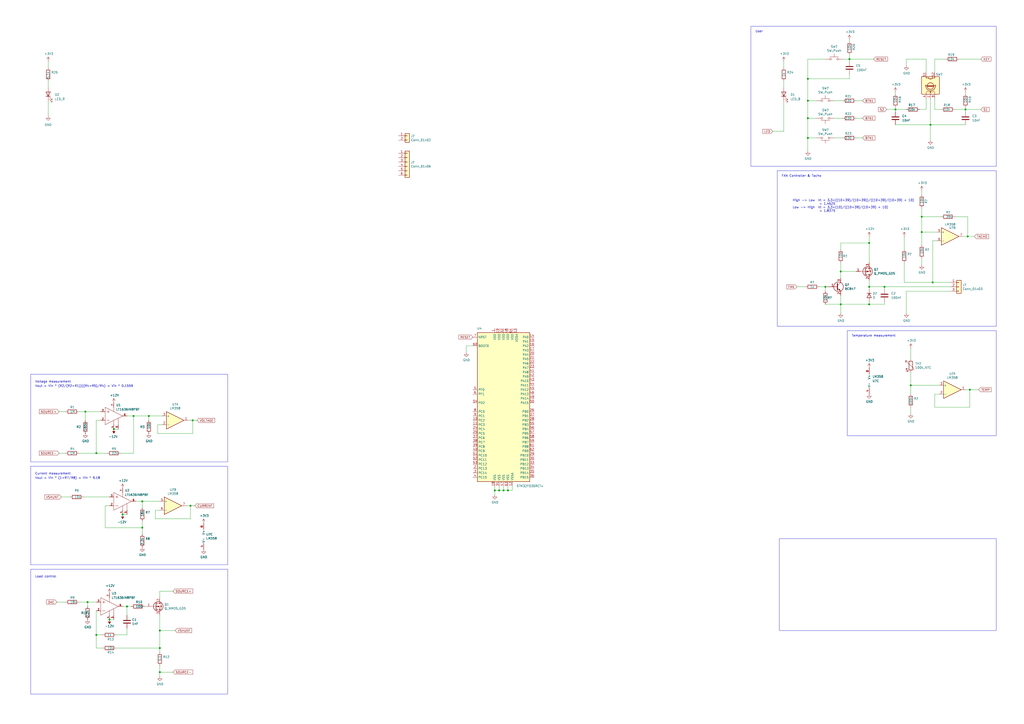
<source format=kicad_sch>
(kicad_sch (version 20230121) (generator eeschema)
  (paper "A2")
  (lib_symbols
    (symbol "Amplifier_Operational:LM358" (pin_names (offset 0.127))
      (property "Reference" "U" (at 0 5.08 0))
      (property "Value" "LM358" (at 0 -5.08 0))
      (symbol "LM358_1_1"
        (pin output line (at 7.62 0 180) (length 2.54) (name "~") (number "1"))
        (pin input line (at -7.62 -2.54 0) (length 2.54) (name "-") (number "2"))
        (pin input line (at -7.62 2.54 0) (length 2.54) (name "+") (number "3"))
      )
      (symbol "LM358_2_1"
        (pin input line (at -7.62 2.54 0) (length 2.54) (name "+") (number "5"))
        (pin input line (at -7.62 -2.54 0) (length 2.54) (name "-") (number "6"))
        (pin output line (at 7.62 0 180) (length 2.54) (name "~") (number "7"))
      )
      (symbol "LM358_3_1"
        (pin power_in line (at -2.54 -7.62 90) (length 3.81) (name "V-") (number "4"))
        (pin power_in line (at -2.54 7.62 270) (length 3.81) (name "V+") (number "8"))
      )
    )
    (symbol "Connector_Generic:Conn_01x02" (pin_names (offset 1.016) hide)
      (property "Reference" "J" (at 0 2.54 0))
      (property "Value" "Conn_01x02" (at 0 -5.08 0))
      (symbol "Conn_01x02_1_1"
        (pin passive line (at -5.08 0 0) (length 3.81) (name "Pin_1") (number "1"))
        (pin passive line (at -5.08 -2.54 0) (length 3.81) (name "Pin_2") (number "2"))
      )
    )
    (symbol "Connector_Generic:Conn_01x03" (pin_names (offset 1.016) hide)
      (property "Reference" "J" (at 0 5.08 0))
      (property "Value" "Conn_01x03" (at 0 -5.08 0))
      (symbol "Conn_01x03_1_1"
        (pin passive line (at -5.08 2.54 0) (length 3.81) (name "Pin_1") (number "1"))
        (pin passive line (at -5.08 0 0) (length 3.81) (name "Pin_2") (number "2"))
        (pin passive line (at -5.08 -2.54 0) (length 3.81) (name "Pin_3") (number "3"))
      )
    )
    (symbol "Connector_Generic:Conn_01x06" (pin_names (offset 1.016) hide)
      (property "Reference" "J" (at 0 7.62 0))
      (property "Value" "Conn_01x06" (at 0 -10.16 0))
      (symbol "Conn_01x06_1_1"
        (pin passive line (at -5.08 5.08 0) (length 3.81) (name "Pin_1") (number "1"))
        (pin passive line (at -5.08 2.54 0) (length 3.81) (name "Pin_2") (number "2"))
        (pin passive line (at -5.08 0 0) (length 3.81) (name "Pin_3") (number "3"))
        (pin passive line (at -5.08 -2.54 0) (length 3.81) (name "Pin_4") (number "4"))
        (pin passive line (at -5.08 -5.08 0) (length 3.81) (name "Pin_5") (number "5"))
        (pin passive line (at -5.08 -7.62 0) (length 3.81) (name "Pin_6") (number "6"))
      )
    )
    (symbol "Device:C" (pin_numbers hide) (pin_names (offset 0.254))
      (property "Reference" "C" (at 0.635 2.54 0))
      (property "Value" "C" (at 0.635 -2.54 0))
      (symbol "C_1_1"
        (pin passive line (at 0 3.81 270) (length 2.794) (name "~") (number "1"))
        (pin passive line (at 0 -3.81 90) (length 2.794) (name "~") (number "2"))
      )
    )
    (symbol "Device:D" (pin_numbers hide) (pin_names (offset 1.016) hide)
      (property "Reference" "D" (at 0 2.54 0))
      (property "Value" "D" (at 0 -2.54 0))
      (symbol "D_1_1"
        (pin passive line (at -3.81 0 0) (length 2.54) (name "K") (number "1"))
        (pin passive line (at 3.81 0 180) (length 2.54) (name "A") (number "2"))
      )
    )
    (symbol "Device:LED" (pin_numbers hide) (pin_names (offset 1.016) hide)
      (property "Reference" "D" (at 0 2.54 0))
      (property "Value" "LED" (at 0 -2.54 0))
      (symbol "LED_1_1"
        (pin passive line (at -3.81 0 0) (length 2.54) (name "K") (number "1"))
        (pin passive line (at 3.81 0 180) (length 2.54) (name "A") (number "2"))
      )
    )
    (symbol "Device:Q_NMOS_GDS" (pin_names (offset 0) hide)
      (property "Reference" "Q" (at 5.08 1.27 0))
      (property "Value" "Q_NMOS_GDS" (at 5.08 -1.27 0))
      (symbol "Q_NMOS_GDS_1_1"
        (pin input line (at -5.08 0 0) (length 2.54) (name "G") (number "1"))
        (pin passive line (at 2.54 5.08 270) (length 2.54) (name "D") (number "2"))
        (pin passive line (at 2.54 -5.08 90) (length 2.54) (name "S") (number "3"))
      )
    )
    (symbol "Device:Q_PMOS_GDS" (pin_names (offset 0) hide)
      (property "Reference" "Q" (at 5.08 1.27 0))
      (property "Value" "Q_PMOS_GDS" (at 5.08 -1.27 0))
      (symbol "Q_PMOS_GDS_1_1"
        (pin input line (at -5.08 0 0) (length 2.54) (name "G") (number "1"))
        (pin passive line (at 2.54 5.08 270) (length 2.54) (name "D") (number "2"))
        (pin passive line (at 2.54 -5.08 90) (length 2.54) (name "S") (number "3"))
      )
    )
    (symbol "Device:R" (pin_numbers hide) (pin_names (offset 0))
      (property "Reference" "R" (at 2.032 0 90))
      (property "Value" "R" (at 0 0 90))
      (symbol "R_1_1"
        (pin passive line (at 0 3.81 270) (length 1.27) (name "~") (number "1"))
        (pin passive line (at 0 -3.81 90) (length 1.27) (name "~") (number "2"))
      )
    )
    (symbol "Device:Rotary_Encoder_Switch" (pin_names (offset 0.254) hide)
      (property "Reference" "SW" (at 0 6.604 0))
      (property "Value" "Device_Rotary_Encoder_Switch" (at 0 -6.604 0))
      (symbol "Rotary_Encoder_Switch_1_1"
        (pin passive line (at -7.62 2.54 0) (length 2.54) (name "A") (number "A"))
        (pin passive line (at -7.62 -2.54 0) (length 2.54) (name "B") (number "B"))
        (pin passive line (at -7.62 0 0) (length 2.54) (name "C") (number "C"))
        (pin passive line (at 7.62 2.54 180) (length 2.54) (name "S1") (number "S1"))
        (pin passive line (at 7.62 -2.54 180) (length 2.54) (name "S2") (number "S2"))
      )
    )
    (symbol "Device:Thermistor_NTC" (pin_numbers hide) (pin_names (offset 0))
      (property "Reference" "TH" (at -4.445 0 90))
      (property "Value" "Thermistor_NTC" (at 3.175 0 90))
      (symbol "Thermistor_NTC_1_1"
        (pin passive line (at 0 3.81 270) (length 1.27) (name "~") (number "1"))
        (pin passive line (at 0 -3.81 90) (length 1.27) (name "~") (number "2"))
      )
    )
    (symbol "GND_1" (power) (pin_names (offset 0))
      (property "Value" "GND_1" (at 0 -3.81 0))
      (symbol "GND_1_1_1"
        (pin power_in line (at 0 0 270) (length 0) hide (name "GND") (number "1"))
      )
    )
    (symbol "MCU_ST_STM32F0:STM32F030RCTx"
      (property "Reference" "U" (at -15.24 44.45 0))
      (property "Value" "STM32F030RCTx" (at 10.16 44.45 0))
      (symbol "STM32F030RCTx_1_1"
        (pin power_in line (at -5.08 45.72 270) (length 2.54) (name "VDD") (number "1"))
        (pin bidirectional line (at -17.78 -7.62 0) (length 2.54) (name "PC2") (number "10"))
        (pin bidirectional line (at -17.78 -10.16 0) (length 2.54) (name "PC3") (number "11"))
        (pin power_in line (at 5.08 -45.72 90) (length 2.54) (name "VSSA") (number "12"))
        (pin power_in line (at 7.62 45.72 270) (length 2.54) (name "VDDA") (number "13"))
        (pin bidirectional line (at 17.78 40.64 180) (length 2.54) (name "PA0") (number "14"))
        (pin bidirectional line (at 17.78 38.1 180) (length 2.54) (name "PA1") (number "15"))
        (pin bidirectional line (at 17.78 35.56 180) (length 2.54) (name "PA2") (number "16"))
        (pin bidirectional line (at 17.78 33.02 180) (length 2.54) (name "PA3") (number "17"))
        (pin power_in line (at -5.08 -45.72 90) (length 2.54) (name "VSS") (number "18"))
        (pin power_in line (at -2.54 45.72 270) (length 2.54) (name "VDD") (number "19"))
        (pin bidirectional line (at -17.78 -35.56 0) (length 2.54) (name "PC13") (number "2"))
        (pin bidirectional line (at 17.78 30.48 180) (length 2.54) (name "PA4") (number "20"))
        (pin bidirectional line (at 17.78 27.94 180) (length 2.54) (name "PA5") (number "21"))
        (pin bidirectional line (at 17.78 25.4 180) (length 2.54) (name "PA6") (number "22"))
        (pin bidirectional line (at 17.78 22.86 180) (length 2.54) (name "PA7") (number "23"))
        (pin bidirectional line (at -17.78 -12.7 0) (length 2.54) (name "PC4") (number "24"))
        (pin bidirectional line (at -17.78 -15.24 0) (length 2.54) (name "PC5") (number "25"))
        (pin bidirectional line (at 17.78 -2.54 180) (length 2.54) (name "PB0") (number "26"))
        (pin bidirectional line (at 17.78 -5.08 180) (length 2.54) (name "PB1") (number "27"))
        (pin bidirectional line (at 17.78 -7.62 180) (length 2.54) (name "PB2") (number "28"))
        (pin bidirectional line (at 17.78 -27.94 180) (length 2.54) (name "PB10") (number "29"))
        (pin bidirectional line (at -17.78 -38.1 0) (length 2.54) (name "PC14") (number "3"))
        (pin bidirectional line (at 17.78 -30.48 180) (length 2.54) (name "PB11") (number "30"))
        (pin power_in line (at -2.54 -45.72 90) (length 2.54) (name "VSS") (number "31"))
        (pin power_in line (at 0 45.72 270) (length 2.54) (name "VDD") (number "32"))
        (pin bidirectional line (at 17.78 -33.02 180) (length 2.54) (name "PB12") (number "33"))
        (pin bidirectional line (at 17.78 -35.56 180) (length 2.54) (name "PB13") (number "34"))
        (pin bidirectional line (at 17.78 -38.1 180) (length 2.54) (name "PB14") (number "35"))
        (pin bidirectional line (at 17.78 -40.64 180) (length 2.54) (name "PB15") (number "36"))
        (pin bidirectional line (at -17.78 -17.78 0) (length 2.54) (name "PC6") (number "37"))
        (pin bidirectional line (at -17.78 -20.32 0) (length 2.54) (name "PC7") (number "38"))
        (pin bidirectional line (at -17.78 -22.86 0) (length 2.54) (name "PC8") (number "39"))
        (pin bidirectional line (at -17.78 -40.64 0) (length 2.54) (name "PC15") (number "4"))
        (pin bidirectional line (at -17.78 -25.4 0) (length 2.54) (name "PC9") (number "40"))
        (pin bidirectional line (at 17.78 20.32 180) (length 2.54) (name "PA8") (number "41"))
        (pin bidirectional line (at 17.78 17.78 180) (length 2.54) (name "PA9") (number "42"))
        (pin bidirectional line (at 17.78 15.24 180) (length 2.54) (name "PA10") (number "43"))
        (pin bidirectional line (at 17.78 12.7 180) (length 2.54) (name "PA11") (number "44"))
        (pin bidirectional line (at 17.78 10.16 180) (length 2.54) (name "PA12") (number "45"))
        (pin bidirectional line (at 17.78 7.62 180) (length 2.54) (name "PA13") (number "46"))
        (pin power_in line (at 0 -45.72 90) (length 2.54) (name "VSS") (number "47"))
        (pin power_in line (at 2.54 45.72 270) (length 2.54) (name "VDD") (number "48"))
        (pin bidirectional line (at 17.78 5.08 180) (length 2.54) (name "PA14") (number "49"))
        (pin input line (at -17.78 10.16 0) (length 2.54) (name "PF0") (number "5"))
        (pin bidirectional line (at 17.78 2.54 180) (length 2.54) (name "PA15") (number "50"))
        (pin bidirectional line (at -17.78 -27.94 0) (length 2.54) (name "PC10") (number "51"))
        (pin bidirectional line (at -17.78 -30.48 0) (length 2.54) (name "PC11") (number "52"))
        (pin bidirectional line (at -17.78 -33.02 0) (length 2.54) (name "PC12") (number "53"))
        (pin bidirectional line (at -17.78 2.54 0) (length 2.54) (name "PD2") (number "54"))
        (pin bidirectional line (at 17.78 -10.16 180) (length 2.54) (name "PB3") (number "55"))
        (pin bidirectional line (at 17.78 -12.7 180) (length 2.54) (name "PB4") (number "56"))
        (pin bidirectional line (at 17.78 -15.24 180) (length 2.54) (name "PB5") (number "57"))
        (pin bidirectional line (at 17.78 -17.78 180) (length 2.54) (name "PB6") (number "58"))
        (pin bidirectional line (at 17.78 -20.32 180) (length 2.54) (name "PB7") (number "59"))
        (pin input line (at -17.78 7.62 0) (length 2.54) (name "PF1") (number "6"))
        (pin input line (at -17.78 35.56 0) (length 2.54) (name "BOOT0") (number "60"))
        (pin bidirectional line (at 17.78 -22.86 180) (length 2.54) (name "PB8") (number "61"))
        (pin bidirectional line (at 17.78 -25.4 180) (length 2.54) (name "PB9") (number "62"))
        (pin power_in line (at 2.54 -45.72 90) (length 2.54) (name "VSS") (number "63"))
        (pin power_in line (at 5.08 45.72 270) (length 2.54) (name "VDD") (number "64"))
        (pin input line (at -17.78 40.64 0) (length 2.54) (name "NRST") (number "7"))
        (pin bidirectional line (at -17.78 -2.54 0) (length 2.54) (name "PC0") (number "8"))
        (pin bidirectional line (at -17.78 -5.08 0) (length 2.54) (name "PC1") (number "9"))
      )
    )
    (symbol "Switch:SW_Push" (pin_numbers hide) (pin_names (offset 1.016) hide)
      (property "Reference" "SW" (at 1.27 2.54 0))
      (property "Value" "SW_Push" (at 0 -1.524 0))
      (symbol "SW_Push_0_1"
        (pin passive line (at -5.08 0 0) (length 2.54) (name "1") (number "1"))
        (pin passive line (at 5.08 0 180) (length 2.54) (name "2") (number "2"))
      )
    )
    (symbol "Transistor_BJT:BC847" (pin_names (offset 0) hide)
      (property "Reference" "Q" (at 5.08 1.905 0))
      (property "Value" "BC847" (at 5.08 0 0))
      (symbol "BC847_1_1"
        (pin input line (at -5.08 0 0) (length 5.715) (name "B") (number "1"))
        (pin passive line (at 2.54 -5.08 90) (length 2.54) (name "E") (number "2"))
        (pin passive line (at 2.54 5.08 270) (length 2.54) (name "C") (number "3"))
      )
    )
    (symbol "dc-load:LT1636IN8PBF" (pin_names (offset 1.016))
      (property "Reference" "U" (at 0 2.54 0))
      (property "Value" "LT1636IN8PBF" (at 0 5.08 0))
      (symbol "LT1636IN8PBF_1_1"
        (pin input line (at 2.54 -12.7 0) (length 2.54) (name "-IN") (number "2"))
        (pin input line (at 2.54 -7.62 0) (length 2.54) (name "+IN") (number "3"))
        (pin power_in line (at 10.16 -17.78 90) (length 2.54) (name "V-") (number "4"))
        (pin input line (at 12.7 -17.78 90) (length 2.54) (name "SHDN") (number "5"))
        (pin unspecified line (at 17.78 -10.16 180) (length 2.54) (name "OUT") (number "6"))
        (pin power_in line (at 10.16 -2.54 270) (length 2.54) (name "V+") (number "7"))
      )
    )
    (symbol "power:+12V" (power) (pin_names (offset 0))
      (property "Value" "+12V" (at 0 3.556 0))
      (symbol "+12V_1_1"
        (pin power_in line (at 0 0 90) (length 0) hide (name "+12V") (number "1"))
      )
    )
    (symbol "power:+3.3V" (power) (pin_names (offset 0))
      (property "Value" "+3.3V" (at 0 3.556 0))
      (symbol "+3.3V_1_1"
        (pin power_in line (at 0 0 90) (length 0) hide (name "+3V3") (number "1"))
      )
    )
    (symbol "power:-12V" (power) (pin_names (offset 0))
      (property "Value" "-12V" (at 0 3.81 0))
      (symbol "-12V_0_0"
        (pin power_in line (at 0 0 90) (length 0) hide (name "-12V") (number "1"))
      )
    )
    (symbol "power:GND" (power) (pin_names (offset 0))
      (property "Value" "GND" (at 0 -3.81 0))
      (symbol "GND_1_1"
        (pin power_in line (at 0 0 270) (length 0) hide (name "GND") (number "1"))
      )
    )
  )
  (junction (at 55.88 262.89))
  (junction (at 73.66 351.79))
  (junction (at 534.67 134.62))
  (junction (at 478.79 166.37))
  (junction (at 82.55 290.83))
  (junction (at 50.8 349.25))
  (junction (at 92.71 375.92))
  (junction (at 82.55 306.07))
  (junction (at 55.88 368.3))
  (junction (at 468.63 68.58))
  (junction (at 111.76 243.84))
  (junction (at 110.49 293.37))
  (junction (at 77.47 241.3))
  (junction (at 539.75 72.39))
  (junction (at 468.63 80.01))
  (junction (at 513.08 166.37))
  (junction (at 287.02 284.48))
  (junction (at 49.53 238.76))
  (junction (at 468.63 45.72))
  (junction (at 86.36 241.3))
  (junction (at 519.43 63.5))
  (junction (at 541.02 163.83))
  (junction (at 561.34 137.16))
  (junction (at 289.56 284.48))
  (junction (at 504.19 166.37))
  (junction (at 292.1 284.48))
  (junction (at 492.76 34.29))
  (junction (at 468.63 58.42))
  (junction (at 71.12 298.45))
  (junction (at 487.68 176.53))
  (junction (at 294.64 284.48))
  (junction (at 63.5 359.41))
  (junction (at 562.61 226.06))
  (junction (at 92.71 365.76))
  (junction (at 504.19 176.53))
  (junction (at 534.67 125.73))
  (junction (at 504.19 140.97))
  (junction (at 66.04 248.92))
  (junction (at 92.71 389.89))
  (junction (at 560.07 63.5))
  (junction (at 528.32 223.52))
  (junction (at 487.68 157.48))
  (wire (pts (xy 93.98 246.38) (xy 91.44 246.38)))
  (wire (pts (xy 468.63 45.72) (xy 468.63 58.42)))
  (wire (pts (xy 55.88 349.25) (xy 50.8 349.25)))
  (wire (pts (xy 478.79 34.29) (xy 468.63 34.29)))
  (wire (pts (xy 454.66 46.99) (xy 454.66 50.8)))
  (wire (pts (xy 542.29 57.15) (xy 542.29 63.5)))
  (wire (pts (xy 27.94 35.56) (xy 27.94 39.37)))
  (wire (pts (xy 48.26 288.29) (xy 63.5 288.29)))
  (wire (pts (xy 513.08 166.37) (xy 551.18 166.37)))
  (wire (pts (xy 454.66 35.56) (xy 454.66 39.37)))
  (wire (pts (xy 77.47 241.3) (xy 86.36 241.3)))
  (wire (pts (xy 68.58 248.92) (xy 66.04 248.92)))
  (wire (pts (xy 50.8 349.25) (xy 50.8 351.79)))
  (wire (pts (xy 55.88 375.92) (xy 55.88 368.3)))
  (wire (pts (xy 91.44 251.46) (xy 111.76 251.46)))
  (wire (pts (xy 92.71 365.76) (xy 92.71 375.92)))
  (wire (pts (xy 287.02 281.94) (xy 287.02 284.48)))
  (wire (pts (xy 92.71 375.92) (xy 92.71 378.46)))
  (wire (pts (xy 49.53 243.84) (xy 49.53 238.76)))
  (wire (pts (xy 539.75 57.15) (xy 539.75 72.39)))
  (wire (pts (xy 110.49 293.37) (xy 107.95 293.37)))
  (wire (pts (xy 542.29 34.29) (xy 548.64 34.29)))
  (polyline (pts (xy 450.85 99.06) (xy 577.85 99.06)))
  (wire (pts (xy 92.71 356.87) (xy 92.71 365.76)))
  (wire (pts (xy 560.07 62.23) (xy 560.07 63.5)))
  (wire (pts (xy 525.78 181.61) (xy 525.78 168.91)))
  (wire (pts (xy 111.76 243.84) (xy 109.22 243.84)))
  (wire (pts (xy 487.68 171.45) (xy 487.68 176.53)))
  (wire (pts (xy 492.76 43.18) (xy 492.76 45.72)))
  (wire (pts (xy 468.63 58.42) (xy 473.71 58.42)))
  (wire (pts (xy 73.66 298.45) (xy 71.12 298.45)))
  (wire (pts (xy 297.18 281.94) (xy 297.18 284.48)))
  (wire (pts (xy 492.76 34.29) (xy 506.73 34.29)))
  (wire (pts (xy 90.17 295.91) (xy 90.17 300.99)))
  (wire (pts (xy 294.64 284.48) (xy 292.1 284.48)))
  (wire (pts (xy 525.78 38.1) (xy 525.78 34.29)))
  (wire (pts (xy 534.67 149.86) (xy 534.67 153.67)))
  (wire (pts (xy 82.55 306.07) (xy 60.96 306.07)))
  (wire (pts (xy 113.03 293.37) (xy 110.49 293.37)))
  (wire (pts (xy 539.75 72.39) (xy 539.75 81.28)))
  (wire (pts (xy 73.66 351.79) (xy 76.2 351.79)))
  (wire (pts (xy 496.57 80.01) (xy 500.38 80.01)))
  (wire (pts (xy 541.02 139.7) (xy 541.02 163.83)))
  (wire (pts (xy 270.51 204.47) (xy 270.51 200.66)))
  (wire (pts (xy 462.28 166.37) (xy 467.36 166.37)))
  (wire (pts (xy 562.61 226.06) (xy 567.69 226.06)))
  (wire (pts (xy 92.71 386.08) (xy 92.71 389.89)))
  (wire (pts (xy 114.3 243.84) (xy 111.76 243.84)))
  (wire (pts (xy 542.29 228.6) (xy 542.29 236.22)))
  (wire (pts (xy 59.69 368.3) (xy 55.88 368.3)))
  (wire (pts (xy 45.72 262.89) (xy 55.88 262.89)))
  (wire (pts (xy 110.49 300.99) (xy 110.49 293.37)))
  (wire (pts (xy 560.07 226.06) (xy 562.61 226.06)))
  (wire (pts (xy 534.67 134.62) (xy 543.56 134.62)))
  (wire (pts (xy 565.15 137.16) (xy 561.34 137.16)))
  (wire (pts (xy 513.08 166.37) (xy 513.08 167.64)))
  (polyline (pts (xy 450.85 189.23) (xy 577.85 189.23)))
  (wire (pts (xy 468.63 58.42) (xy 468.63 68.58)))
  (polyline (pts (xy 577.85 189.23) (xy 577.85 99.06)))
  (wire (pts (xy 468.63 68.58) (xy 468.63 80.01)))
  (wire (pts (xy 492.76 34.29) (xy 492.76 35.56)))
  (wire (pts (xy 519.43 62.23) (xy 519.43 63.5)))
  (wire (pts (xy 45.72 349.25) (xy 50.8 349.25)))
  (wire (pts (xy 33.02 349.25) (xy 38.1 349.25)))
  (wire (pts (xy 537.21 57.15) (xy 537.21 63.5)))
  (wire (pts (xy 513.08 176.53) (xy 504.19 176.53)))
  (wire (pts (xy 27.94 58.42) (xy 27.94 67.31)))
  (wire (pts (xy 504.19 166.37) (xy 504.19 167.64)))
  (wire (pts (xy 58.42 243.84) (xy 55.88 243.84)))
  (wire (pts (xy 492.76 31.75) (xy 492.76 34.29)))
  (wire (pts (xy 542.29 41.91) (xy 542.29 34.29)))
  (wire (pts (xy 468.63 80.01) (xy 468.63 87.63)))
  (wire (pts (xy 483.87 68.58) (xy 488.95 68.58)))
  (wire (pts (xy 537.21 34.29) (xy 537.21 41.91)))
  (wire (pts (xy 487.68 157.48) (xy 496.57 157.48)))
  (wire (pts (xy 468.63 34.29) (xy 468.63 45.72)))
  (wire (pts (xy 560.07 63.5) (xy 560.07 64.77)))
  (wire (pts (xy 478.79 166.37) (xy 480.06 166.37)))
  (wire (pts (xy 534.67 134.62) (xy 534.67 142.24)))
  (wire (pts (xy 487.68 176.53) (xy 487.68 181.61)))
  (wire (pts (xy 55.88 262.89) (xy 62.23 262.89)))
  (wire (pts (xy 487.68 152.4) (xy 487.68 157.48)))
  (wire (pts (xy 289.56 284.48) (xy 287.02 284.48)))
  (wire (pts (xy 35.56 288.29) (xy 40.64 288.29)))
  (wire (pts (xy 92.71 342.9) (xy 100.33 342.9)))
  (wire (pts (xy 519.43 63.5) (xy 519.43 64.77)))
  (wire (pts (xy 525.78 168.91) (xy 551.18 168.91)))
  (wire (pts (xy 560.07 54.61) (xy 560.07 53.34)))
  (wire (pts (xy 77.47 241.3) (xy 77.47 262.89)))
  (wire (pts (xy 60.96 293.37) (xy 60.96 306.07)))
  (wire (pts (xy 528.32 215.9) (xy 528.32 223.52)))
  (wire (pts (xy 49.53 238.76) (xy 58.42 238.76)))
  (wire (pts (xy 45.72 238.76) (xy 49.53 238.76)))
  (wire (pts (xy 534.67 110.49) (xy 534.67 113.03)))
  (wire (pts (xy 556.26 34.29) (xy 568.96 34.29)))
  (wire (pts (xy 534.67 125.73) (xy 546.1 125.73)))
  (wire (pts (xy 504.19 175.26) (xy 504.19 176.53)))
  (wire (pts (xy 92.71 365.76) (xy 101.6 365.76)))
  (wire (pts (xy 562.61 236.22) (xy 562.61 226.06)))
  (wire (pts (xy 496.57 58.42) (xy 500.38 58.42)))
  (wire (pts (xy 553.72 125.73) (xy 561.34 125.73)))
  (wire (pts (xy 534.67 120.65) (xy 534.67 125.73)))
  (wire (pts (xy 292.1 281.94) (xy 292.1 284.48)))
  (polyline (pts (xy 450.85 99.06) (xy 450.85 189.23)))
  (wire (pts (xy 73.66 356.87) (xy 73.66 351.79)))
  (wire (pts (xy 558.8 137.16) (xy 561.34 137.16)))
  (wire (pts (xy 487.68 140.97) (xy 504.19 140.97)))
  (wire (pts (xy 483.87 80.01) (xy 488.95 80.01)))
  (wire (pts (xy 525.78 34.29) (xy 537.21 34.29)))
  (wire (pts (xy 524.51 137.16) (xy 524.51 144.78)))
  (wire (pts (xy 524.51 163.83) (xy 541.02 163.83)))
  (wire (pts (xy 55.88 243.84) (xy 55.88 262.89)))
  (wire (pts (xy 287.02 284.48) (xy 287.02 287.02)))
  (wire (pts (xy 82.55 302.26) (xy 82.55 306.07)))
  (wire (pts (xy 63.5 293.37) (xy 60.96 293.37)))
  (wire (pts (xy 533.4 63.5) (xy 537.21 63.5)))
  (wire (pts (xy 504.19 162.56) (xy 504.19 166.37)))
  (wire (pts (xy 83.82 351.79) (xy 85.09 351.79)))
  (wire (pts (xy 488.95 34.29) (xy 492.76 34.29)))
  (wire (pts (xy 487.68 140.97) (xy 487.68 144.78)))
  (wire (pts (xy 504.19 166.37) (xy 513.08 166.37)))
  (wire (pts (xy 66.04 359.41) (xy 63.5 359.41)))
  (wire (pts (xy 468.63 80.01) (xy 473.71 80.01)))
  (wire (pts (xy 468.63 68.58) (xy 473.71 68.58)))
  (wire (pts (xy 553.72 63.5) (xy 560.07 63.5)))
  (wire (pts (xy 292.1 284.48) (xy 289.56 284.48)))
  (wire (pts (xy 542.29 236.22) (xy 562.61 236.22)))
  (wire (pts (xy 67.31 375.92) (xy 92.71 375.92)))
  (wire (pts (xy 100.33 389.89) (xy 92.71 389.89)))
  (wire (pts (xy 542.29 63.5) (xy 546.1 63.5)))
  (wire (pts (xy 474.98 166.37) (xy 478.79 166.37)))
  (wire (pts (xy 519.43 63.5) (xy 525.78 63.5)))
  (wire (pts (xy 524.51 152.4) (xy 524.51 163.83)))
  (wire (pts (xy 561.34 125.73) (xy 561.34 137.16)))
  (wire (pts (xy 270.51 200.66) (xy 274.32 200.66)))
  (wire (pts (xy 496.57 68.58) (xy 500.38 68.58)))
  (wire (pts (xy 513.08 175.26) (xy 513.08 176.53)))
  (wire (pts (xy 289.56 281.94) (xy 289.56 284.48)))
  (wire (pts (xy 454.66 58.42) (xy 454.66 76.2)))
  (wire (pts (xy 544.83 223.52) (xy 528.32 223.52)))
  (wire (pts (xy 82.55 306.07) (xy 82.55 309.88)))
  (wire (pts (xy 111.76 251.46) (xy 111.76 243.84)))
  (wire (pts (xy 528.32 201.93) (xy 528.32 208.28)))
  (wire (pts (xy 92.71 290.83) (xy 82.55 290.83)))
  (wire (pts (xy 69.85 262.89) (xy 77.47 262.89)))
  (wire (pts (xy 92.71 342.9) (xy 92.71 346.71)))
  (wire (pts (xy 27.94 46.99) (xy 27.94 50.8)))
  (wire (pts (xy 91.44 246.38) (xy 91.44 251.46)))
  (wire (pts (xy 544.83 228.6) (xy 542.29 228.6)))
  (wire (pts (xy 297.18 284.48) (xy 294.64 284.48)))
  (wire (pts (xy 504.19 140.97) (xy 504.19 137.16)))
  (wire (pts (xy 487.68 176.53) (xy 504.19 176.53)))
  (wire (pts (xy 504.19 140.97) (xy 504.19 152.4)))
  (wire (pts (xy 55.88 354.33) (xy 55.88 368.3)))
  (wire (pts (xy 73.66 364.49) (xy 73.66 368.3)))
  (wire (pts (xy 539.75 72.39) (xy 560.07 72.39)))
  (wire (pts (xy 514.35 63.5) (xy 519.43 63.5)))
  (wire (pts (xy 541.02 163.83) (xy 551.18 163.83)))
  (wire (pts (xy 543.56 139.7) (xy 541.02 139.7)))
  (wire (pts (xy 38.1 238.76) (xy 34.29 238.76)))
  (wire (pts (xy 528.32 236.22) (xy 528.32 240.03)))
  (wire (pts (xy 34.29 262.89) (xy 38.1 262.89)))
  (wire (pts (xy 519.43 72.39) (xy 539.75 72.39)))
  (wire (pts (xy 55.88 375.92) (xy 59.69 375.92)))
  (wire (pts (xy 534.67 125.73) (xy 534.67 134.62)))
  (wire (pts (xy 468.63 45.72) (xy 492.76 45.72)))
  (wire (pts (xy 478.79 176.53) (xy 487.68 176.53)))
  (wire (pts (xy 483.87 58.42) (xy 488.95 58.42)))
  (wire (pts (xy 448.31 76.2) (xy 454.66 76.2)))
  (wire (pts (xy 492.76 22.86) (xy 492.76 24.13)))
  (wire (pts (xy 86.36 241.3) (xy 93.98 241.3)))
  (wire (pts (xy 519.43 53.34) (xy 519.43 54.61)))
  (wire (pts (xy 71.12 351.79) (xy 73.66 351.79)))
  (wire (pts (xy 478.79 168.91) (xy 478.79 166.37)))
  (wire (pts (xy 86.36 243.84) (xy 86.36 241.3)))
  (wire (pts (xy 73.66 241.3) (xy 77.47 241.3)))
  (wire (pts (xy 528.32 223.52) (xy 528.32 228.6)))
  (wire (pts (xy 78.74 290.83) (xy 82.55 290.83)))
  (wire (pts (xy 92.71 295.91) (xy 90.17 295.91)))
  (wire (pts (xy 92.71 392.43) (xy 92.71 389.89)))
  (wire (pts (xy 73.66 368.3) (xy 67.31 368.3)))
  (wire (pts (xy 487.68 157.48) (xy 487.68 161.29)))
  (wire (pts (xy 82.55 290.83) (xy 82.55 294.64)))
  (wire (pts (xy 560.07 63.5) (xy 568.96 63.5)))
  (wire (pts (xy 294.64 281.94) (xy 294.64 284.48)))
  (wire (pts (xy 90.17 300.99) (xy 110.49 300.99)))
  (rectangle (start 435.61 15.24) (end 577.85 96.52))
  (rectangle (start 17.78 270.51) (end 132.08 327.66))
  (rectangle (start 491.49 191.77) (end 577.85 252.73))
  (rectangle (start 17.78 217.17) (end 132.08 267.97))
  (rectangle (start 17.78 330.2) (end 132.08 402.59))
  (rectangle (start 452.12 312.42) (end 577.85 365.76))
  (text "Vout = Vin * (1+R7/R8) = Vin * 9.18" (at 20.32 278.13 0) (effects (font (size 1.27 1.27)) (justify left bottom)))
  (text "FAN Controller & Tacho" (at 453.39 102.87 0) (effects (font (size 1.27 1.27)) (justify left bottom)))
  (text "Load control" (at 20.32 335.28 0) (effects (font (size 1.27 1.27)) (justify left bottom)))
  (text "Current measurement" (at 20.32 275.59 0) (effects (font (size 1.27 1.27)) (justify left bottom)))
  (text "User" (at 438.15 19.05 0) (effects (font (size 1.27 1.27)) (justify left bottom)))
  (text "High -> Low  Vt = 3.3×((10×39)/(10+39))/((10×39)/(10+39) + 10) \n                = 1.4625\nLow -> High  Vt = 3.3×(10)/((10×39)/(10+39) + 10) \n                = 1.8375" (at 459.74 123.19 0) (effects (font (size 1.27 1.27)) (justify left bottom)))
  (text "Voltage measurement" (at 20.32 222.25 0) (effects (font (size 1.27 1.27)) (justify left bottom)))
  (text "Temperature measurement" (at 494.03 195.58 0) (effects (font (size 1.27 1.27)) (justify left bottom)))
  (text "Vout = Vin * (R2/(R2+R1))((R4+R5)/R4) = Vin * 0.1559" (at 20.32 224.79 0) (effects (font (size 1.27 1.27)) (justify left bottom)))
  (global_label "BTN1" (shape input) (at 500.38 68.58 0) (property "Intersheetrefs" "${INTERSHEET_REFS}" (effects hide)))
  (global_label "KEY" (shape input) (at 568.96 34.29 0) (property "Intersheetrefs" "${INTERSHEET_REFS}" (effects hide)))
  (global_label "VSHUNT" (shape input) (at 35.56 288.29 180) (property "Intersheetrefs" "${INTERSHEET_REFS}" (effects hide)))
  (global_label "SOURCE-" (shape input) (at 100.33 389.89 0) (property "Intersheetrefs" "${INTERSHEET_REFS}" (effects hide)))
  (global_label "FAN" (shape input) (at 462.28 166.37 180) (property "Intersheetrefs" "${INTERSHEET_REFS}" (effects hide)))
  (global_label "TACHO" (shape input) (at 565.15 137.16 0) (property "Intersheetrefs" "${INTERSHEET_REFS}" (effects hide)))
  (global_label "SOURCE+" (shape input) (at 100.33 342.9 0) (property "Intersheetrefs" "${INTERSHEET_REFS}" (effects hide)))
  (global_label "SOURCE-" (shape input) (at 34.29 262.89 180) (property "Intersheetrefs" "${INTERSHEET_REFS}" (effects hide)))
  (global_label "S2" (shape input) (at 514.35 63.5 180) (property "Intersheetrefs" "${INTERSHEET_REFS}" (effects hide)))
  (global_label "VSHUNT" (shape input) (at 101.6 365.76 0) (property "Intersheetrefs" "${INTERSHEET_REFS}" (effects hide)))
  (global_label "BTN1" (shape input) (at 500.38 58.42 0) (property "Intersheetrefs" "${INTERSHEET_REFS}" (effects hide)))
  (global_label "TEMP" (shape input) (at 567.69 226.06 0) (property "Intersheetrefs" "${INTERSHEET_REFS}" (effects hide)))
  (global_label "VOLTAGE" (shape input) (at 114.3 243.84 0) (property "Intersheetrefs" "${INTERSHEET_REFS}" (effects hide)))
  (global_label "S1" (shape input) (at 568.96 63.5 0) (property "Intersheetrefs" "${INTERSHEET_REFS}" (effects hide)))
  (global_label "DAC" (shape input) (at 33.02 349.25 180) (property "Intersheetrefs" "${INTERSHEET_REFS}" (effects hide)))
  (global_label "BTN1" (shape input) (at 500.38 80.01 0) (property "Intersheetrefs" "${INTERSHEET_REFS}" (effects hide)))
  (global_label "CURRENT" (shape input) (at 113.03 293.37 0) (property "Intersheetrefs" "${INTERSHEET_REFS}" (effects hide)))
  (global_label "SOURCE+" (shape input) (at 34.29 238.76 180) (property "Intersheetrefs" "${INTERSHEET_REFS}" (effects hide)))
  (global_label "RESET" (shape input) (at 274.32 195.58 180) (property "Intersheetrefs" "${INTERSHEET_REFS}" (effects hide)))
  (global_label "LED" (shape input) (at 448.31 76.2 180) (property "Intersheetrefs" "${INTERSHEET_REFS}" (effects hide)))
  (global_label "RESET" (shape input) (at 506.73 34.29 0) (property "Intersheetrefs" "${INTERSHEET_REFS}" (effects hide)))
  (symbol (lib_id "MCU_ST_STM32F0:STM32F030RCTx") (at 292.1 236.22 0) (unit 1)
    (property "Reference" "U4" (at 278.13 190.5 0))
    (property "Value" "STM32F030RCTx" (at 307.34 281.94 0))
    (property "Footprint" "Package_QFP:LQFP-64_10x10mm_P0.5mm" (effects hide))
    (property "Datasheet" "http://www.st.com/st-web-ui/static/active/en/resource/technical/document/datasheet/DM00088500.pdf" (effects hide))
  )
  (symbol (lib_id "Device:Q_NMOS_GDS") (at 90.17 351.79 0) (unit 1)
    (property "Reference" "Q1" (at 95.3516 350.6216 0) (effects (justify left)))
    (property "Value" "Q_NMOS_GDS" (at 95.3516 352.933 0) (effects (justify left)))
  )
  (symbol (lib_id "Device:R") (at 82.55 313.69 0) (unit 1)
    (property "Reference" "R8" (at 84.328 312.5216 0) (effects (justify left)))
    (property "Value" "2.2k" (at 82.55 316.23 90) (effects (justify left)))
  )
  (symbol (lib_id "dc-load:LT1636IN8PBF") (at 53.34 341.63 0) (unit 1)
    (property "Reference" "U3" (at 64.77 344.17 0) (effects (justify left)))
    (property "Value" "LT1636IN8PBF" (at 64.77 346.71 0) (effects (justify left)))
    (property "Footprint" "Linear_Technology-LT1636IN8PBF-*" (effects hide))
    (property "Datasheet" "http://cds.linear.com/docs/en/datasheet/1636fc.pdf" (effects hide))
    (property "Channels " "1" (effects hide))
    (property "Component Link 1 Description" "Manufacturer URL" (effects hide))
    (property "Component Link 1 URL" "http://www.linear.com/" (effects hide))
    (property "Component Link 3 Description" "Package Specification" (effects hide))
    (property "Component Link 3 URL" "http://cds.linear.com/docs/en/packaging/05081510_I_N8.pdf" (effects hide))
    (property "Datasheet Version" "Rev. C" (effects hide))
    (property "GBW MHz Typical" "0.2" (effects hide))
    (property "Is mA Typical" "0.042" (effects hide))
    (property "Linear Technology Part Number" "LT1636" (effects hide))
    (property "Mounting Technology" "Surface Mount" (effects hide))
    (property "Package Description" "8-Lead PDIP, Body 10.16 x 6.48 mm, Pitch 2.54 mm" (effects hide))
    (property "Package Version" "Rev I" (effects hide))
    (property "SR Vus Typical" "0.07" (effects hide))
    (property "Type" "VFB" (effects hide))
    (property "Vos mV Guaranteed" "0.225" (effects hide))
    (property "Vos mV Typical" "0.05" (effects hide))
    (property "Vs Max V" "44" (effects hide))
    (property "Vs Min V" "2.6" (effects hide))
    (property "category" "IC" (effects hide))
    (property "ciiva ids" "1326199" (effects hide))
    (property "library id" "2a9d33880dcd98be" (effects hide))
    (property "manufacturer" "Linear Technology" (effects hide))
    (property "package" "LT-N8-8" (effects hide))
    (property "release date" "1378759062" (effects hide))
    (property "rohs" "No" (effects hide))
    (property "vault revision" "115926DE-6571-432C-9F10-16425FF1B9F7" (effects hide))
    (property "imported" "yes" (effects hide))
  )
  (symbol (lib_id "Device:R") (at 50.8 355.6 0) (unit 1)
    (property "Reference" "R11" (at 46.99 355.6 0) (effects (justify left)))
    (property "Value" "2.2k" (at 50.8 358.14 90) (effects (justify left)))
  )
  (symbol (lib_id "power:GND") (at 50.8 359.41 0) (unit 1)
    (property "Reference" "#PWR09" (effects hide))
    (property "Value" "GND" (at 50.927 363.8042 0))
  )
  (symbol (lib_id "power:+12V") (at 63.5 344.17 0) (unit 1)
    (property "Reference" "#PWR08" (effects hide))
    (property "Value" "+12V" (at 63.881 339.7758 0))
  )
  (symbol (lib_id "power:-12V") (at 63.5 359.41 180) (unit 1)
    (property "Reference" "#PWR010" (effects hide))
    (property "Value" "-12V" (at 63.5 363.22 0))
  )
  (symbol (lib_id "Device:R") (at 80.01 351.79 270) (unit 1)
    (property "Reference" "R10" (at 78.74 349.25 90) (effects (justify left)))
    (property "Value" "100" (at 78.74 351.79 90) (effects (justify left)))
  )
  (symbol (lib_id "Device:R") (at 92.71 382.27 0) (unit 1)
    (property "Reference" "R12" (at 94.488 381.1016 0) (effects (justify left)))
    (property "Value" "0.1" (at 92.71 383.54 90) (effects (justify left)))
  )
  (symbol (lib_id "Device:R") (at 63.5 375.92 270) (unit 1)
    (property "Reference" "R14" (at 62.23 378.46 90) (effects (justify left)))
    (property "Value" "10k" (at 62.23 375.92 90) (effects (justify left)))
  )
  (symbol (lib_id "Device:R") (at 63.5 368.3 270) (unit 1)
    (property "Reference" "R13" (at 62.23 370.84 90) (effects (justify left)))
    (property "Value" "1k" (at 62.23 368.3 90) (effects (justify left)))
  )
  (symbol (lib_id "Device:C") (at 73.66 360.68 0) (unit 1)
    (property "Reference" "C1" (at 76.581 359.5116 0) (effects (justify left)))
    (property "Value" "1nF" (at 76.581 361.823 0) (effects (justify left)))
  )
  (symbol (lib_id "Device:R") (at 44.45 288.29 270) (unit 1)
    (property "Reference" "R6" (at 43.18 284.48 90) (effects (justify left)))
    (property "Value" "10k" (at 43.18 288.29 90) (effects (justify left)))
  )
  (symbol (lib_id "dc-load:LT1636IN8PBF") (at 60.96 280.67 0) (unit 1)
    (property "Reference" "U2" (at 72.39 284.48 0) (effects (justify left)))
    (property "Value" "LT1636IN8PBF" (at 72.39 287.02 0) (effects (justify left)))
    (property "Footprint" "Linear_Technology-LT1636IN8PBF-*" (effects hide))
    (property "Datasheet" "http://cds.linear.com/docs/en/datasheet/1636fc.pdf" (effects hide))
    (property "Channels " "1" (effects hide))
    (property "Component Link 1 Description" "Manufacturer URL" (effects hide))
    (property "Component Link 1 URL" "http://www.linear.com/" (effects hide))
    (property "Component Link 3 Description" "Package Specification" (effects hide))
    (property "Component Link 3 URL" "http://cds.linear.com/docs/en/packaging/05081510_I_N8.pdf" (effects hide))
    (property "Datasheet Version" "Rev. C" (effects hide))
    (property "GBW MHz Typical" "0.2" (effects hide))
    (property "Is mA Typical" "0.042" (effects hide))
    (property "Linear Technology Part Number" "LT1636" (effects hide))
    (property "Mounting Technology" "Surface Mount" (effects hide))
    (property "Package Description" "8-Lead PDIP, Body 10.16 x 6.48 mm, Pitch 2.54 mm" (effects hide))
    (property "Package Version" "Rev I" (effects hide))
    (property "SR Vus Typical" "0.07" (effects hide))
    (property "Type" "VFB" (effects hide))
    (property "Vos mV Guaranteed" "0.225" (effects hide))
    (property "Vos mV Typical" "0.05" (effects hide))
    (property "Vs Max V" "44" (effects hide))
    (property "Vs Min V" "2.6" (effects hide))
    (property "category" "IC" (effects hide))
    (property "ciiva ids" "1326199" (effects hide))
    (property "library id" "2a9d33880dcd98be" (effects hide))
    (property "manufacturer" "Linear Technology" (effects hide))
    (property "package" "LT-N8-8" (effects hide))
    (property "release date" "1378759062" (effects hide))
    (property "rohs" "No" (effects hide))
    (property "vault revision" "115926DE-6571-432C-9F10-16425FF1B9F7" (effects hide))
    (property "imported" "yes" (effects hide))
  )
  (symbol (lib_id "power:+12V") (at 71.12 283.21 0) (unit 1)
    (property "Reference" "#PWR05" (effects hide))
    (property "Value" "+12V" (at 71.501 278.8158 0))
  )
  (symbol (lib_id "power:-12V") (at 71.12 298.45 180) (unit 1)
    (property "Reference" "#PWR06" (effects hide))
    (property "Value" "-12V" (at 70.739 302.8442 0))
  )
  (symbol (lib_id "power:GND") (at 82.55 317.5 0) (unit 1)
    (property "Reference" "#PWR07" (effects hide))
    (property "Value" "GND" (at 82.677 321.8942 0))
  )
  (symbol (lib_id "Device:R") (at 41.91 262.89 270) (unit 1)
    (property "Reference" "R4" (at 40.64 260.35 90) (effects (justify left)))
    (property "Value" "1M" (at 40.64 262.89 90) (effects (justify left)))
  )
  (symbol (lib_id "Device:R") (at 41.91 238.76 270) (unit 1)
    (property "Reference" "R1" (at 40.64 236.22 90) (effects (justify left)))
    (property "Value" "1M" (at 40.64 238.76 90) (effects (justify left)))
  )
  (symbol (lib_id "dc-load:LT1636IN8PBF") (at 55.88 231.14 0) (unit 1)
    (property "Reference" "U1" (at 67.31 234.95 0) (effects (justify left)))
    (property "Value" "LT1636IN8PBF" (at 67.31 237.49 0) (effects (justify left)))
    (property "Footprint" "Linear_Technology-LT1636IN8PBF-*" (effects hide))
    (property "Datasheet" "http://cds.linear.com/docs/en/datasheet/1636fc.pdf" (effects hide))
    (property "Channels " "1" (effects hide))
    (property "Component Link 1 Description" "Manufacturer URL" (effects hide))
    (property "Component Link 1 URL" "http://www.linear.com/" (effects hide))
    (property "Component Link 3 Description" "Package Specification" (effects hide))
    (property "Component Link 3 URL" "http://cds.linear.com/docs/en/packaging/05081510_I_N8.pdf" (effects hide))
    (property "Datasheet Version" "Rev. C" (effects hide))
    (property "GBW MHz Typical" "0.2" (effects hide))
    (property "Is mA Typical" "0.042" (effects hide))
    (property "Linear Technology Part Number" "LT1636" (effects hide))
    (property "Mounting Technology" "Surface Mount" (effects hide))
    (property "Package Description" "8-Lead PDIP, Body 10.16 x 6.48 mm, Pitch 2.54 mm" (effects hide))
    (property "Package Version" "Rev I" (effects hide))
    (property "SR Vus Typical" "0.07" (effects hide))
    (property "Type" "VFB" (effects hide))
    (property "Vos mV Guaranteed" "0.225" (effects hide))
    (property "Vos mV Typical" "0.05" (effects hide))
    (property "Vs Max V" "44" (effects hide))
    (property "Vs Min V" "2.6" (effects hide))
    (property "category" "IC" (effects hide))
    (property "ciiva ids" "1326199" (effects hide))
    (property "library id" "2a9d33880dcd98be" (effects hide))
    (property "manufacturer" "Linear Technology" (effects hide))
    (property "package" "LT-N8-8" (effects hide))
    (property "release date" "1378759062" (effects hide))
    (property "rohs" "No" (effects hide))
    (property "vault revision" "115926DE-6571-432C-9F10-16425FF1B9F7" (effects hide))
    (property "imported" "yes" (effects hide))
  )
  (symbol (lib_id "power:+12V") (at 66.04 233.68 0) (unit 1)
    (property "Reference" "#PWR01" (effects hide))
    (property "Value" "+12V" (at 66.421 229.2858 0))
  )
  (symbol (lib_id "power:-12V") (at 66.04 248.92 180) (unit 1)
    (property "Reference" "#PWR02" (effects hide))
    (property "Value" "-12V" (at 65.659 253.3142 0))
  )
  (symbol (lib_id "Device:R") (at 49.53 247.65 180) (unit 1)
    (property "Reference" "R2" (at 46.99 247.65 0) (effects (justify left)))
    (property "Value" "180k" (at 49.53 245.11 90) (effects (justify left)))
  )
  (symbol (lib_id "power:GND") (at 49.53 251.46 0) (unit 1)
    (property "Reference" "#PWR03" (effects hide))
    (property "Value" "GND" (at 49.657 255.8542 0))
  )
  (symbol (lib_id "Device:R") (at 66.04 262.89 270) (unit 1)
    (property "Reference" "R5" (at 64.77 260.35 90) (effects (justify left)))
    (property "Value" "22k" (at 64.77 262.89 90) (effects (justify left)))
  )
  (symbol (lib_id "Device:R") (at 86.36 247.65 0) (unit 1)
    (property "Reference" "R3" (at 81.28 247.65 0) (effects (justify left)))
    (property "Value" "10k" (at 86.36 248.92 90) (effects (justify left)))
  )
  (symbol (lib_id "power:GND") (at 86.36 251.46 0) (unit 1)
    (property "Reference" "#PWR04" (effects hide))
    (property "Value" "GND" (at 86.487 255.8542 0))
  )
  (symbol (lib_id "Device:R") (at 82.55 298.45 0) (unit 1)
    (property "Reference" "R7" (at 84.328 297.2816 0) (effects (justify left)))
    (property "Value" "18k" (at 82.55 299.72 90) (effects (justify left)))
  )
  (symbol (lib_id "power:GND") (at 92.71 392.43 0) (unit 1)
    (property "Reference" "#PWR011" (effects hide))
    (property "Value" "GND" (at 92.837 396.8242 0))
  )
  (symbol (lib_id "Device:R") (at 41.91 349.25 270) (unit 1)
    (property "Reference" "R9" (at 40.64 346.71 90) (effects (justify left)))
    (property "Value" "18k" (at 40.64 349.25 90) (effects (justify left)))
  )
  (symbol (lib_id "Device:Rotary_Encoder_Switch") (at 539.75 49.53 90) (unit 1)
    (property "Reference" "SW?" (at 544.83 43.18 90))
    (property "Value" "Rotary_Encoder_Switch" (effects hide))
  )
  (symbol (lib_id "Switch:SW_Push") (at 478.79 58.42 0) (unit 1)
    (property "Reference" "SW?" (at 478.79 51.181 0))
    (property "Value" "SW_Push" (at 478.79 53.4924 0))
  )
  (symbol (lib_id "Switch:SW_Push") (at 483.87 34.29 0) (unit 1)
    (property "Reference" "SW?" (at 483.87 27.051 0))
    (property "Value" "SW_Push" (at 483.87 29.3624 0))
  )
  (symbol (lib_id "Switch:SW_Push") (at 478.79 80.01 180) (unit 1)
    (property "Reference" "SW?" (at 478.79 75.311 0))
    (property "Value" "SW_Push" (at 478.79 77.6224 0))
  )
  (symbol (lib_id "Switch:SW_Push") (at 478.79 68.58 180) (unit 1)
    (property "Reference" "SW?" (at 478.79 63.881 0))
    (property "Value" "SW_Push" (at 478.79 66.1924 0))
  )
  (symbol (lib_id "Connector_Generic:Conn_01x02") (at 236.22 78.74 0) (unit 1)
    (property "Reference" "J?" (at 238.252 78.9432 0) (effects (justify left)))
    (property "Value" "Conn_01x02" (at 238.252 81.2546 0) (effects (justify left)))
  )
  (symbol (lib_id "Connector_Generic:Conn_01x06") (at 236.22 93.98 0) (unit 1)
    (property "Reference" "J?" (at 238.252 94.1832 0) (effects (justify left)))
    (property "Value" "Conn_01x06" (at 238.252 96.4946 0) (effects (justify left)))
  )
  (symbol (lib_id "Amplifier_Operational:LM358") (at 552.45 226.06 0) (unit 1)
    (property "Reference" "U?" (at 552.45 216.7382 0))
    (property "Value" "LM358" (at 552.45 219.0496 0))
    (property "Datasheet" "http://www.ti.com/lit/ds/symlink/lm2904-n.pdf" (effects hide))
  )
  (symbol (lib_id "Amplifier_Operational:LM358") (at 551.18 137.16 0) (unit 2)
    (property "Reference" "U?" (at 552.45 132.08 0))
    (property "Value" "LM358" (at 551.18 130.1496 0))
    (property "Datasheet" "http://www.ti.com/lit/ds/symlink/lm2904-n.pdf" (effects hide))
  )
  (symbol (lib_id "Device:Thermistor_NTC") (at 528.32 212.09 0) (unit 1)
    (property "Reference" "TH?" (at 530.8092 210.9216 0) (effects (justify left)))
    (property "Value" "100k_NTC" (at 530.8092 213.233 0) (effects (justify left)))
  )
  (symbol (lib_id "Device:R") (at 528.32 232.41 0) (unit 1)
    (property "Reference" "R?" (at 530.098 231.2416 0) (effects (justify left)))
    (property "Value" "100k" (at 528.32 234.95 90) (effects (justify left)))
  )
  (symbol (lib_id "power:GND") (at 528.32 240.03 0) (unit 1)
    (property "Reference" "#PWR?" (effects hide))
    (property "Value" "GND" (at 528.447 244.4242 0))
  )
  (symbol (lib_id "power:+3.3V") (at 528.32 201.93 0) (unit 1)
    (property "Reference" "#PWR?" (effects hide))
    (property "Value" "+3.3V" (at 528.701 197.5358 0))
  )
  (symbol (lib_id "Device:Q_PMOS_GDS") (at 501.65 157.48 0) (mirror x) (unit 1)
    (property "Reference" "Q?" (at 506.857 156.3116 0) (effects (justify left)))
    (property "Value" "Q_PMOS_GDS" (at 506.857 158.623 0) (effects (justify left)))
  )
  (symbol (lib_id "power:+12V") (at 504.19 137.16 0) (unit 1)
    (property "Reference" "#PWR?" (effects hide))
    (property "Value" "+12V" (at 504.571 132.7658 0))
  )
  (symbol (lib_id "Device:R") (at 487.68 148.59 0) (unit 1)
    (property "Reference" "R?" (at 488.95 148.59 0) (effects (justify left)))
    (property "Value" "10k" (at 487.68 149.86 90) (effects (justify left)))
  )
  (symbol (lib_id "Connector_Generic:Conn_01x03") (at 556.26 166.37 0) (unit 1)
    (property "Reference" "J?" (at 558.292 165.3032 0) (effects (justify left)))
    (property "Value" "Conn_01x03" (at 558.292 167.6146 0) (effects (justify left)))
  )
  (symbol (lib_id "Device:R") (at 478.79 172.72 180) (unit 1)
    (property "Reference" "R?" (at 481.33 172.72 0))
    (property "Value" "10k" (at 478.79 172.72 90))
  )
  (symbol (lib_id "Transistor_BJT:BC847") (at 485.14 166.37 0) (unit 1)
    (property "Reference" "Q?" (at 489.9914 165.2016 0) (effects (justify left)))
    (property "Value" "BC847" (at 489.9914 167.513 0) (effects (justify left)))
    (property "Footprint" "Package_TO_SOT_SMD:SOT-23" (effects hide))
    (property "Datasheet" "http://www.infineon.com/dgdl/Infineon-BC847SERIES_BC848SERIES_BC849SERIES_BC850SERIES-DS-v01_01-en.pdf?fileId=db3a304314dca389011541d4630a1657" (effects hide))
  )
  (symbol (lib_id "power:GND") (at 487.68 181.61 0) (unit 1)
    (property "Reference" "#PWR?" (effects hide))
    (property "Value" "GND" (at 487.807 186.0042 0))
  )
  (symbol (lib_id "Device:R") (at 471.17 166.37 270) (unit 1)
    (property "Reference" "R?" (at 471.17 163.83 90))
    (property "Value" "1k" (at 471.17 166.37 90))
  )
  (symbol (lib_id "Amplifier_Operational:LM358") (at 101.6 243.84 0) (unit 1)
    (property "Reference" "U?" (at 101.6 234.5182 0))
    (property "Value" "LM358" (at 101.6 236.8296 0))
    (property "Datasheet" "http://www.ti.com/lit/ds/symlink/lm2904-n.pdf" (effects hide))
  )
  (symbol (lib_id "Device:D") (at 504.19 171.45 270) (unit 1)
    (property "Reference" "D?" (at 506.222 170.2816 90) (effects (justify left)))
    (property "Value" "D" (at 506.222 172.593 90) (effects (justify left)))
  )
  (symbol (lib_id "power:GND") (at 525.78 181.61 0) (unit 1)
    (property "Reference" "#PWR?" (effects hide))
    (property "Value" "GND" (at 525.907 186.0042 0))
  )
  (symbol (lib_id "Amplifier_Operational:LM358") (at 100.33 293.37 0) (unit 2)
    (property "Reference" "U?" (at 100.33 284.0482 0))
    (property "Value" "LM358" (at 100.33 286.3596 0))
    (property "Datasheet" "http://www.ti.com/lit/ds/symlink/lm2904-n.pdf" (effects hide))
  )
  (symbol (lib_id "Device:R") (at 524.51 148.59 0) (unit 1)
    (property "Reference" "R?" (at 526.288 147.4216 0) (effects (justify left)))
    (property "Value" "10k" (at 524.51 149.86 90) (effects (justify left)))
  )
  (symbol (lib_id "Amplifier_Operational:LM358") (at 120.65 311.15 0) (unit 3)
    (property "Reference" "U?" (at 119.5832 309.9816 0) (effects (justify left)))
    (property "Value" "LM358" (at 119.5832 312.293 0) (effects (justify left)))
    (property "Datasheet" "http://www.ti.com/lit/ds/symlink/lm2904-n.pdf" (effects hide))
  )
  (symbol (lib_id "power:GND") (at 118.11 318.77 0) (unit 1)
    (property "Reference" "#PWR?" (effects hide))
    (property "Value" "GND" (at 118.237 323.1642 0))
  )
  (symbol (lib_id "power:+3.3V") (at 118.11 303.53 0) (unit 1)
    (property "Reference" "#PWR?" (effects hide))
    (property "Value" "+3.3V" (at 118.491 299.1358 0))
  )
  (symbol (lib_id "Device:R") (at 534.67 116.84 0) (unit 1)
    (property "Reference" "R?" (at 537.21 118.11 90) (effects (justify left)))
    (property "Value" "10k" (at 534.67 118.11 90) (effects (justify left)))
  )
  (symbol (lib_id "Device:R") (at 534.67 146.05 0) (unit 1)
    (property "Reference" "R?" (at 536.448 144.8816 0) (effects (justify left)))
    (property "Value" "10k" (at 534.67 147.32 90) (effects (justify left)))
  )
  (symbol (lib_id "power:+3.3V") (at 524.51 137.16 0) (unit 1)
    (property "Reference" "#PWR?" (effects hide))
    (property "Value" "+3.3V" (at 524.891 132.7658 0))
  )
  (symbol (lib_id "power:GND") (at 534.67 153.67 0) (unit 1)
    (property "Reference" "#PWR?" (effects hide))
    (property "Value" "GND" (at 534.797 158.0642 0))
  )
  (symbol (lib_id "Device:R") (at 549.91 125.73 270) (unit 1)
    (property "Reference" "R?" (at 548.64 123.19 90) (effects (justify left)))
    (property "Value" "39k" (at 548.64 125.73 90) (effects (justify left)))
  )
  (symbol (lib_id "Amplifier_Operational:LM358") (at 506.73 220.98 0) (unit 3)
    (property "Reference" "U?" (at 508 220.98 0))
    (property "Value" "LM358" (at 509.27 218.44 0))
    (property "Datasheet" "http://www.ti.com/lit/ds/symlink/lm2904-n.pdf" (effects hide))
  )
  (symbol (lib_id "power:+3.3V") (at 504.19 213.36 0) (unit 1)
    (property "Reference" "#PWR?" (effects hide))
    (property "Value" "+3.3V" (at 504.571 208.9658 0))
  )
  (symbol (lib_id "power:GND") (at 504.19 228.6 0) (unit 1)
    (property "Reference" "#PWR?" (effects hide))
    (property "Value" "GND" (at 504.317 232.9942 0))
  )
  (symbol (lib_id "Device:R") (at 529.59 63.5 90) (unit 1)
    (property "Reference" "R17" (at 530.86 60.96 90) (effects (justify left)))
    (property "Value" "10k" (at 530.86 63.5 90) (effects (justify left)))
  )
  (symbol (lib_id "Device:C") (at 560.07 68.58 0) (unit 1)
    (property "Reference" "C3" (at 563.88 67.31 0) (effects (justify left)))
    (property "Value" "10nF" (at 563.88 69.85 0) (effects (justify left)))
  )
  (symbol (lib_id "power:GND") (at 468.63 87.63 0) (unit 1)
    (property "Reference" "#PWR017" (effects hide))
    (property "Value" "GND" (at 468.757 92.0242 0))
  )
  (symbol (lib_id "Device:R") (at 549.91 63.5 90) (unit 1)
    (property "Reference" "R18" (at 551.18 60.96 90) (effects (justify left)))
    (property "Value" "10k" (at 551.18 63.5 90) (effects (justify left)))
  )
  (symbol (lib_id "power:GND") (at 525.78 38.1 0) (unit 1)
    (property "Reference" "#PWR016" (effects hide))
    (property "Value" "GND" (at 525.907 42.4942 0))
  )
  (symbol (lib_id "Device:R") (at 492.76 58.42 90) (unit 1)
    (property "Reference" "R21" (at 494.03 55.88 90) (effects (justify left)))
    (property "Value" "330" (at 494.03 58.42 90) (effects (justify left)))
  )
  (symbol (lib_id "power:+3.3V") (at 560.07 53.34 0) (unit 1)
    (property "Reference" "#PWR014" (effects hide))
    (property "Value" "+3.3V" (at 560.451 48.9458 0))
  )
  (symbol (lib_id "power:GND") (at 270.51 204.47 0) (unit 1)
    (property "Reference" "#PWR023" (effects hide))
    (property "Value" "GND" (at 270.637 208.8642 0))
  )
  (symbol (lib_id "Device:LED") (at 27.94 54.61 90) (unit 1)
    (property "Reference" "D2" (at 31.75 54.9275 90) (effects (justify right)))
    (property "Value" "LED_R" (at 31.75 57.4675 90) (effects (justify right)))
  )
  (symbol (lib_id "Device:C") (at 519.43 68.58 0) (unit 1)
    (property "Reference" "C4" (at 523.24 67.31 0) (effects (justify left)))
    (property "Value" "10nF" (at 523.24 69.85 0) (effects (justify left)))
  )
  (symbol (lib_id "power:+3.3V") (at 519.43 53.34 0) (unit 1)
    (property "Reference" "#PWR015" (effects hide))
    (property "Value" "+3.3V" (at 519.811 48.9458 0))
  )
  (symbol (lib_id "Device:R") (at 492.76 80.01 90) (unit 1)
    (property "Reference" "R23" (at 494.03 77.47 90) (effects (justify left)))
    (property "Value" "330" (at 494.03 80.01 90) (effects (justify left)))
  )
  (symbol (lib_id "Device:R") (at 519.43 58.42 0) (unit 1)
    (property "Reference" "R16" (at 521.97 59.69 90) (effects (justify left)))
    (property "Value" "10k" (at 519.43 59.69 90) (effects (justify left)))
  )
  (symbol (lib_id "Device:C") (at 513.08 171.45 0) (unit 1)
    (property "Reference" "C2" (at 516.89 170.18 0) (effects (justify left)))
    (property "Value" "100nF" (at 516.89 172.72 0) (effects (justify left)))
  )
  (symbol (lib_id "Device:R") (at 560.07 58.42 0) (unit 1)
    (property "Reference" "R15" (at 562.61 59.69 90) (effects (justify left)))
    (property "Value" "10k" (at 560.07 59.69 90) (effects (justify left)))
  )
  (symbol (lib_id "Device:R") (at 492.76 68.58 90) (unit 1)
    (property "Reference" "R22" (at 494.03 66.04 90) (effects (justify left)))
    (property "Value" "330" (at 494.03 68.58 90) (effects (justify left)))
  )
  (symbol (lib_id "Device:C") (at 492.76 39.37 180) (unit 1)
    (property "Reference" "C5" (at 499.11 38.1 0) (effects (justify left)))
    (property "Value" "100nF" (at 502.92 40.64 0) (effects (justify left)))
  )
  (symbol (lib_id "power:+3.3V") (at 454.66 35.56 0) (unit 1)
    (property "Reference" "#PWR019" (effects hide))
    (property "Value" "+3.3V" (at 455.041 31.1658 0))
  )
  (symbol (lib_id "power:+3.3V") (at 534.67 110.49 0) (unit 1)
    (property "Reference" "#PWR012" (effects hide))
    (property "Value" "+3.3V" (at 535.051 106.0958 0))
  )
  (symbol (lib_id "power:+3.3V") (at 492.76 22.86 0) (unit 1)
    (property "Reference" "#PWR018" (effects hide))
    (property "Value" "+3.3V" (at 493.141 18.4658 0))
  )
  (symbol (lib_id "Device:R") (at 492.76 27.94 0) (unit 1)
    (property "Reference" "R20" (at 495.3 29.21 90) (effects (justify left)))
    (property "Value" "10k" (at 492.76 29.21 90) (effects (justify left)))
  )
  (symbol (lib_name "GND_1") (lib_id "power:GND") (at 27.94 67.31 0) (unit 1)
    (property "Reference" "#PWR021" (effects hide))
    (property "Value" "GND" (at 27.94 72.39 0))
  )
  (symbol (lib_id "Device:LED") (at 454.66 54.61 90) (unit 1)
    (property "Reference" "D1" (at 458.47 54.9275 90) (effects (justify right)))
    (property "Value" "LED_B" (at 458.47 57.4675 90) (effects (justify right)))
  )
  (symbol (lib_id "power:GND") (at 539.75 81.28 0) (unit 1)
    (property "Reference" "#PWR013" (effects hide))
    (property "Value" "GND" (at 539.877 85.6742 0))
  )
  (symbol (lib_id "Device:R") (at 27.94 43.18 0) (unit 1)
    (property "Reference" "R25" (at 29.718 42.0116 0) (effects (justify left)))
    (property "Value" "5.1k" (at 27.94 45.72 90) (effects (justify left)))
  )
  (symbol (lib_id "Device:R") (at 454.66 43.18 0) (unit 1)
    (property "Reference" "R24" (at 456.438 42.0116 0) (effects (justify left)))
    (property "Value" "1k" (at 454.66 44.45 90) (effects (justify left)))
  )
  (symbol (lib_id "Device:R") (at 552.45 34.29 90) (unit 1)
    (property "Reference" "R19" (at 553.72 31.75 90) (effects (justify left)))
    (property "Value" "10k" (at 553.72 34.29 90) (effects (justify left)))
  )
  (symbol (lib_id "power:GND") (at 287.02 287.02 0) (unit 1)
    (property "Reference" "#PWR022" (effects hide))
    (property "Value" "GND" (at 287.147 291.4142 0))
  )
  (symbol (lib_id "power:+3.3V") (at 27.94 35.56 0) (unit 1)
    (property "Reference" "#PWR020" (effects hide))
    (property "Value" "+3.3V" (at 28.321 31.1658 0))
  )
)
</source>
